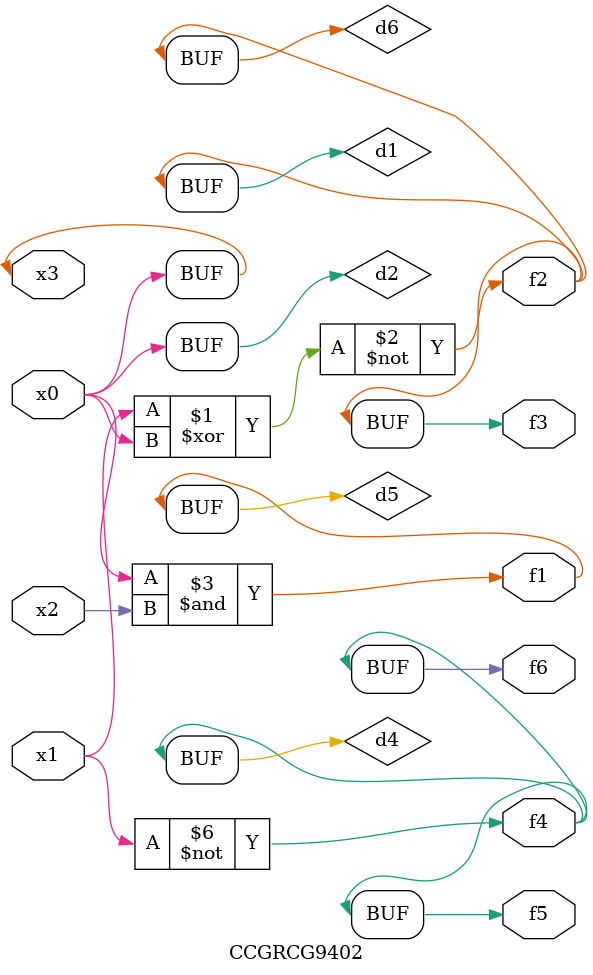
<source format=v>
module CCGRCG9402(
	input x0, x1, x2, x3,
	output f1, f2, f3, f4, f5, f6
);

	wire d1, d2, d3, d4, d5, d6;

	xnor (d1, x1, x3);
	buf (d2, x0, x3);
	nand (d3, x0, x2);
	not (d4, x1);
	nand (d5, d3);
	or (d6, d1);
	assign f1 = d5;
	assign f2 = d6;
	assign f3 = d6;
	assign f4 = d4;
	assign f5 = d4;
	assign f6 = d4;
endmodule

</source>
